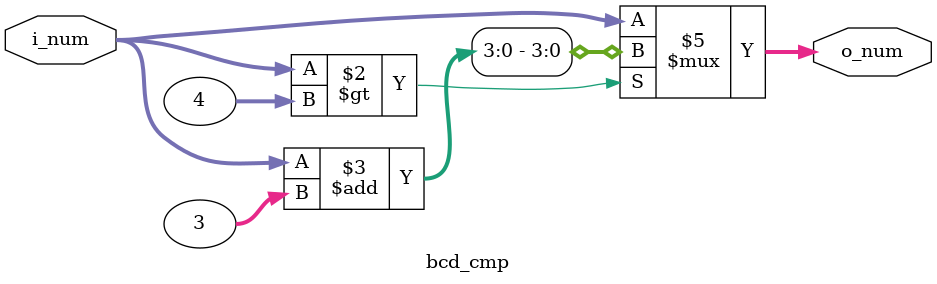
<source format=v>
module num2bcd (
    input  wire [19:0]  i_b,
    output wire [11:0] o_bcd
);

    wire [19:0] reg0;
    wire [19:0] reg1;
    wire [19:0] reg2;
    wire [19:0] reg3;
    wire [19:0] reg4;
    wire [19:0] reg5;
    wire [19:0] reg6;
    wire [19:0] reg7;
    wire [19:0] reg8;

    assign reg0 = i_b;

    // 第1次移位
    bcd_shift bcd_shift_inst0(
        .i_num(reg0),
        .o_num(reg1));
    // 第2次移位
    bcd_shift bcd_shift1(
        .i_num(reg1),
        .o_num(reg2));
    // 第3次移位
    bcd_shift bcd_shift2(
        .i_num(reg2),
        .o_num(reg3));
    // 第4次移位
    bcd_shift bcd_shift3(
        .i_num(reg3),
        .o_num(reg4));
    // 第5次移位
    bcd_shift bcd_shift4(
        .i_num(reg4),
        .o_num(reg5));
    // 第6次移位
    bcd_shift bcd_shift5(
        .i_num(reg5),
        .o_num(reg6));
    // 第7次移位
    bcd_shift bcd_shift6(
        .i_num(reg6),
        .o_num(reg7));
    // 第8次移位
    bcd_shift bcd_shift7(
        .i_num(reg7),
        .o_num(reg8));
    // 输出BCD
    assign o_bcd = { reg8[19:8] };

endmodule

module bcd_shift(
    input  wire [19:0] i_num,
    output wire [19:0] o_num
);

    wire [3:0] reg1;
    wire [3:0] reg2;
    wire [3:0] reg3;

    bcd_cmp bcd_cmp0(
        .i_num(i_num[19:16]),
        .o_num(reg1));
    bcd_cmp bcd_cmp1(
        .i_num(i_num[15:12]),
        .o_num(reg2));
    bcd_cmp bcd_cmp2(
        .i_num(i_num[11:8]),
        .o_num(reg3));
    
    assign o_num = { reg1[2:0], reg2, reg3, i_num[7:0], 1'b0 };

endmodule

module bcd_cmp(
    input  wire [3:0] i_num,
    output reg  [3:0] o_num
);

    always @(*) begin
        // 大于4加3
        if (i_num > 4) begin
            o_num = i_num + 3;
        end
        // 小于等于4不处理
        else begin
            o_num = i_num;
        end
    end

endmodule
</source>
